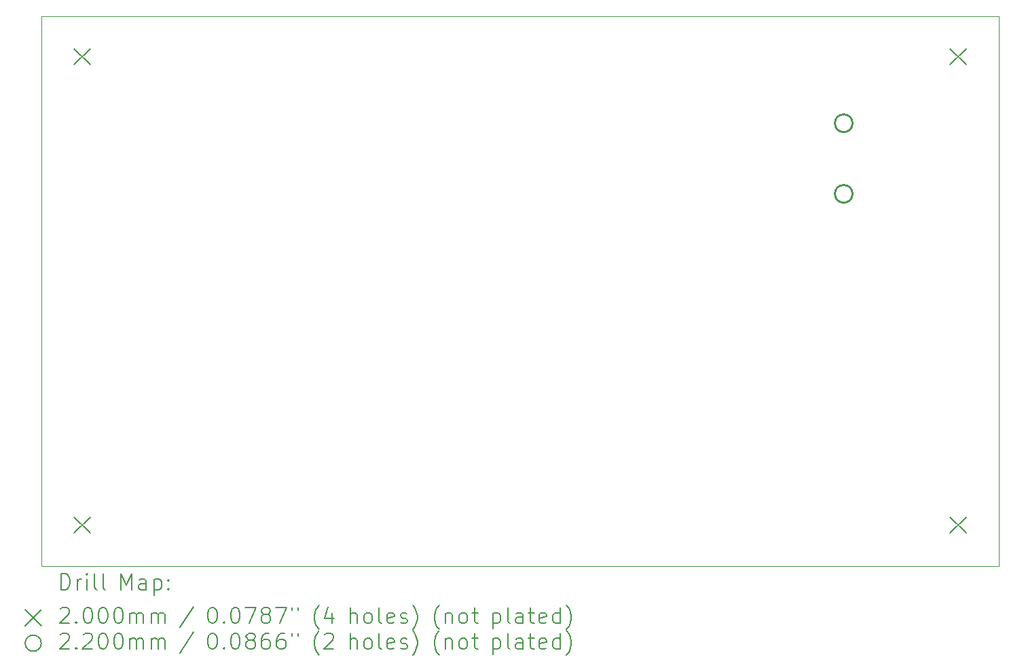
<source format=gbr>
%TF.GenerationSoftware,KiCad,Pcbnew,(7.0.0)*%
%TF.CreationDate,2023-05-14T14:46:31-04:00*%
%TF.ProjectId,8bc_clock,3862635f-636c-46f6-936b-2e6b69636164,rev?*%
%TF.SameCoordinates,Original*%
%TF.FileFunction,Drillmap*%
%TF.FilePolarity,Positive*%
%FSLAX45Y45*%
G04 Gerber Fmt 4.5, Leading zero omitted, Abs format (unit mm)*
G04 Created by KiCad (PCBNEW (7.0.0)) date 2023-05-14 14:46:31*
%MOMM*%
%LPD*%
G01*
G04 APERTURE LIST*
%ADD10C,0.100000*%
%ADD11C,0.200000*%
%ADD12C,0.220000*%
G04 APERTURE END LIST*
D10*
X7620000Y-5080000D02*
X19558000Y-5080000D01*
X19558000Y-5080000D02*
X19558000Y-11938000D01*
X19558000Y-11938000D02*
X7620000Y-11938000D01*
X7620000Y-11938000D02*
X7620000Y-5080000D01*
D11*
X8028000Y-5488000D02*
X8228000Y-5688000D01*
X8228000Y-5488000D02*
X8028000Y-5688000D01*
X8028000Y-11330000D02*
X8228000Y-11530000D01*
X8228000Y-11330000D02*
X8028000Y-11530000D01*
X18950000Y-5488000D02*
X19150000Y-5688000D01*
X19150000Y-5488000D02*
X18950000Y-5688000D01*
X18950000Y-11330000D02*
X19150000Y-11530000D01*
X19150000Y-11330000D02*
X18950000Y-11530000D01*
D12*
X17731000Y-6418000D02*
G75*
G03*
X17731000Y-6418000I-110000J0D01*
G01*
X17731000Y-7298000D02*
G75*
G03*
X17731000Y-7298000I-110000J0D01*
G01*
D11*
X7862619Y-12236476D02*
X7862619Y-12036476D01*
X7862619Y-12036476D02*
X7910238Y-12036476D01*
X7910238Y-12036476D02*
X7938809Y-12046000D01*
X7938809Y-12046000D02*
X7957857Y-12065048D01*
X7957857Y-12065048D02*
X7967381Y-12084095D01*
X7967381Y-12084095D02*
X7976905Y-12122190D01*
X7976905Y-12122190D02*
X7976905Y-12150762D01*
X7976905Y-12150762D02*
X7967381Y-12188857D01*
X7967381Y-12188857D02*
X7957857Y-12207905D01*
X7957857Y-12207905D02*
X7938809Y-12226952D01*
X7938809Y-12226952D02*
X7910238Y-12236476D01*
X7910238Y-12236476D02*
X7862619Y-12236476D01*
X8062619Y-12236476D02*
X8062619Y-12103143D01*
X8062619Y-12141238D02*
X8072143Y-12122190D01*
X8072143Y-12122190D02*
X8081667Y-12112667D01*
X8081667Y-12112667D02*
X8100714Y-12103143D01*
X8100714Y-12103143D02*
X8119762Y-12103143D01*
X8186428Y-12236476D02*
X8186428Y-12103143D01*
X8186428Y-12036476D02*
X8176905Y-12046000D01*
X8176905Y-12046000D02*
X8186428Y-12055524D01*
X8186428Y-12055524D02*
X8195952Y-12046000D01*
X8195952Y-12046000D02*
X8186428Y-12036476D01*
X8186428Y-12036476D02*
X8186428Y-12055524D01*
X8310238Y-12236476D02*
X8291190Y-12226952D01*
X8291190Y-12226952D02*
X8281667Y-12207905D01*
X8281667Y-12207905D02*
X8281667Y-12036476D01*
X8415000Y-12236476D02*
X8395952Y-12226952D01*
X8395952Y-12226952D02*
X8386428Y-12207905D01*
X8386428Y-12207905D02*
X8386428Y-12036476D01*
X8611190Y-12236476D02*
X8611190Y-12036476D01*
X8611190Y-12036476D02*
X8677857Y-12179333D01*
X8677857Y-12179333D02*
X8744524Y-12036476D01*
X8744524Y-12036476D02*
X8744524Y-12236476D01*
X8925476Y-12236476D02*
X8925476Y-12131714D01*
X8925476Y-12131714D02*
X8915952Y-12112667D01*
X8915952Y-12112667D02*
X8896905Y-12103143D01*
X8896905Y-12103143D02*
X8858809Y-12103143D01*
X8858809Y-12103143D02*
X8839762Y-12112667D01*
X8925476Y-12226952D02*
X8906429Y-12236476D01*
X8906429Y-12236476D02*
X8858809Y-12236476D01*
X8858809Y-12236476D02*
X8839762Y-12226952D01*
X8839762Y-12226952D02*
X8830238Y-12207905D01*
X8830238Y-12207905D02*
X8830238Y-12188857D01*
X8830238Y-12188857D02*
X8839762Y-12169809D01*
X8839762Y-12169809D02*
X8858809Y-12160286D01*
X8858809Y-12160286D02*
X8906429Y-12160286D01*
X8906429Y-12160286D02*
X8925476Y-12150762D01*
X9020714Y-12103143D02*
X9020714Y-12303143D01*
X9020714Y-12112667D02*
X9039762Y-12103143D01*
X9039762Y-12103143D02*
X9077857Y-12103143D01*
X9077857Y-12103143D02*
X9096905Y-12112667D01*
X9096905Y-12112667D02*
X9106429Y-12122190D01*
X9106429Y-12122190D02*
X9115952Y-12141238D01*
X9115952Y-12141238D02*
X9115952Y-12198381D01*
X9115952Y-12198381D02*
X9106429Y-12217428D01*
X9106429Y-12217428D02*
X9096905Y-12226952D01*
X9096905Y-12226952D02*
X9077857Y-12236476D01*
X9077857Y-12236476D02*
X9039762Y-12236476D01*
X9039762Y-12236476D02*
X9020714Y-12226952D01*
X9201667Y-12217428D02*
X9211190Y-12226952D01*
X9211190Y-12226952D02*
X9201667Y-12236476D01*
X9201667Y-12236476D02*
X9192143Y-12226952D01*
X9192143Y-12226952D02*
X9201667Y-12217428D01*
X9201667Y-12217428D02*
X9201667Y-12236476D01*
X9201667Y-12112667D02*
X9211190Y-12122190D01*
X9211190Y-12122190D02*
X9201667Y-12131714D01*
X9201667Y-12131714D02*
X9192143Y-12122190D01*
X9192143Y-12122190D02*
X9201667Y-12112667D01*
X9201667Y-12112667D02*
X9201667Y-12131714D01*
X7415000Y-12483000D02*
X7615000Y-12683000D01*
X7615000Y-12483000D02*
X7415000Y-12683000D01*
X7853095Y-12475524D02*
X7862619Y-12466000D01*
X7862619Y-12466000D02*
X7881667Y-12456476D01*
X7881667Y-12456476D02*
X7929286Y-12456476D01*
X7929286Y-12456476D02*
X7948333Y-12466000D01*
X7948333Y-12466000D02*
X7957857Y-12475524D01*
X7957857Y-12475524D02*
X7967381Y-12494571D01*
X7967381Y-12494571D02*
X7967381Y-12513619D01*
X7967381Y-12513619D02*
X7957857Y-12542190D01*
X7957857Y-12542190D02*
X7843571Y-12656476D01*
X7843571Y-12656476D02*
X7967381Y-12656476D01*
X8053095Y-12637428D02*
X8062619Y-12646952D01*
X8062619Y-12646952D02*
X8053095Y-12656476D01*
X8053095Y-12656476D02*
X8043571Y-12646952D01*
X8043571Y-12646952D02*
X8053095Y-12637428D01*
X8053095Y-12637428D02*
X8053095Y-12656476D01*
X8186428Y-12456476D02*
X8205476Y-12456476D01*
X8205476Y-12456476D02*
X8224524Y-12466000D01*
X8224524Y-12466000D02*
X8234048Y-12475524D01*
X8234048Y-12475524D02*
X8243571Y-12494571D01*
X8243571Y-12494571D02*
X8253095Y-12532667D01*
X8253095Y-12532667D02*
X8253095Y-12580286D01*
X8253095Y-12580286D02*
X8243571Y-12618381D01*
X8243571Y-12618381D02*
X8234048Y-12637428D01*
X8234048Y-12637428D02*
X8224524Y-12646952D01*
X8224524Y-12646952D02*
X8205476Y-12656476D01*
X8205476Y-12656476D02*
X8186428Y-12656476D01*
X8186428Y-12656476D02*
X8167381Y-12646952D01*
X8167381Y-12646952D02*
X8157857Y-12637428D01*
X8157857Y-12637428D02*
X8148333Y-12618381D01*
X8148333Y-12618381D02*
X8138809Y-12580286D01*
X8138809Y-12580286D02*
X8138809Y-12532667D01*
X8138809Y-12532667D02*
X8148333Y-12494571D01*
X8148333Y-12494571D02*
X8157857Y-12475524D01*
X8157857Y-12475524D02*
X8167381Y-12466000D01*
X8167381Y-12466000D02*
X8186428Y-12456476D01*
X8376905Y-12456476D02*
X8395952Y-12456476D01*
X8395952Y-12456476D02*
X8415000Y-12466000D01*
X8415000Y-12466000D02*
X8424524Y-12475524D01*
X8424524Y-12475524D02*
X8434048Y-12494571D01*
X8434048Y-12494571D02*
X8443571Y-12532667D01*
X8443571Y-12532667D02*
X8443571Y-12580286D01*
X8443571Y-12580286D02*
X8434048Y-12618381D01*
X8434048Y-12618381D02*
X8424524Y-12637428D01*
X8424524Y-12637428D02*
X8415000Y-12646952D01*
X8415000Y-12646952D02*
X8395952Y-12656476D01*
X8395952Y-12656476D02*
X8376905Y-12656476D01*
X8376905Y-12656476D02*
X8357857Y-12646952D01*
X8357857Y-12646952D02*
X8348333Y-12637428D01*
X8348333Y-12637428D02*
X8338809Y-12618381D01*
X8338809Y-12618381D02*
X8329286Y-12580286D01*
X8329286Y-12580286D02*
X8329286Y-12532667D01*
X8329286Y-12532667D02*
X8338809Y-12494571D01*
X8338809Y-12494571D02*
X8348333Y-12475524D01*
X8348333Y-12475524D02*
X8357857Y-12466000D01*
X8357857Y-12466000D02*
X8376905Y-12456476D01*
X8567381Y-12456476D02*
X8586429Y-12456476D01*
X8586429Y-12456476D02*
X8605476Y-12466000D01*
X8605476Y-12466000D02*
X8615000Y-12475524D01*
X8615000Y-12475524D02*
X8624524Y-12494571D01*
X8624524Y-12494571D02*
X8634048Y-12532667D01*
X8634048Y-12532667D02*
X8634048Y-12580286D01*
X8634048Y-12580286D02*
X8624524Y-12618381D01*
X8624524Y-12618381D02*
X8615000Y-12637428D01*
X8615000Y-12637428D02*
X8605476Y-12646952D01*
X8605476Y-12646952D02*
X8586429Y-12656476D01*
X8586429Y-12656476D02*
X8567381Y-12656476D01*
X8567381Y-12656476D02*
X8548333Y-12646952D01*
X8548333Y-12646952D02*
X8538810Y-12637428D01*
X8538810Y-12637428D02*
X8529286Y-12618381D01*
X8529286Y-12618381D02*
X8519762Y-12580286D01*
X8519762Y-12580286D02*
X8519762Y-12532667D01*
X8519762Y-12532667D02*
X8529286Y-12494571D01*
X8529286Y-12494571D02*
X8538810Y-12475524D01*
X8538810Y-12475524D02*
X8548333Y-12466000D01*
X8548333Y-12466000D02*
X8567381Y-12456476D01*
X8719762Y-12656476D02*
X8719762Y-12523143D01*
X8719762Y-12542190D02*
X8729286Y-12532667D01*
X8729286Y-12532667D02*
X8748333Y-12523143D01*
X8748333Y-12523143D02*
X8776905Y-12523143D01*
X8776905Y-12523143D02*
X8795952Y-12532667D01*
X8795952Y-12532667D02*
X8805476Y-12551714D01*
X8805476Y-12551714D02*
X8805476Y-12656476D01*
X8805476Y-12551714D02*
X8815000Y-12532667D01*
X8815000Y-12532667D02*
X8834048Y-12523143D01*
X8834048Y-12523143D02*
X8862619Y-12523143D01*
X8862619Y-12523143D02*
X8881667Y-12532667D01*
X8881667Y-12532667D02*
X8891191Y-12551714D01*
X8891191Y-12551714D02*
X8891191Y-12656476D01*
X8986429Y-12656476D02*
X8986429Y-12523143D01*
X8986429Y-12542190D02*
X8995952Y-12532667D01*
X8995952Y-12532667D02*
X9015000Y-12523143D01*
X9015000Y-12523143D02*
X9043572Y-12523143D01*
X9043572Y-12523143D02*
X9062619Y-12532667D01*
X9062619Y-12532667D02*
X9072143Y-12551714D01*
X9072143Y-12551714D02*
X9072143Y-12656476D01*
X9072143Y-12551714D02*
X9081667Y-12532667D01*
X9081667Y-12532667D02*
X9100714Y-12523143D01*
X9100714Y-12523143D02*
X9129286Y-12523143D01*
X9129286Y-12523143D02*
X9148333Y-12532667D01*
X9148333Y-12532667D02*
X9157857Y-12551714D01*
X9157857Y-12551714D02*
X9157857Y-12656476D01*
X9515952Y-12446952D02*
X9344524Y-12704095D01*
X9740714Y-12456476D02*
X9759762Y-12456476D01*
X9759762Y-12456476D02*
X9778810Y-12466000D01*
X9778810Y-12466000D02*
X9788333Y-12475524D01*
X9788333Y-12475524D02*
X9797857Y-12494571D01*
X9797857Y-12494571D02*
X9807381Y-12532667D01*
X9807381Y-12532667D02*
X9807381Y-12580286D01*
X9807381Y-12580286D02*
X9797857Y-12618381D01*
X9797857Y-12618381D02*
X9788333Y-12637428D01*
X9788333Y-12637428D02*
X9778810Y-12646952D01*
X9778810Y-12646952D02*
X9759762Y-12656476D01*
X9759762Y-12656476D02*
X9740714Y-12656476D01*
X9740714Y-12656476D02*
X9721667Y-12646952D01*
X9721667Y-12646952D02*
X9712143Y-12637428D01*
X9712143Y-12637428D02*
X9702619Y-12618381D01*
X9702619Y-12618381D02*
X9693095Y-12580286D01*
X9693095Y-12580286D02*
X9693095Y-12532667D01*
X9693095Y-12532667D02*
X9702619Y-12494571D01*
X9702619Y-12494571D02*
X9712143Y-12475524D01*
X9712143Y-12475524D02*
X9721667Y-12466000D01*
X9721667Y-12466000D02*
X9740714Y-12456476D01*
X9893095Y-12637428D02*
X9902619Y-12646952D01*
X9902619Y-12646952D02*
X9893095Y-12656476D01*
X9893095Y-12656476D02*
X9883572Y-12646952D01*
X9883572Y-12646952D02*
X9893095Y-12637428D01*
X9893095Y-12637428D02*
X9893095Y-12656476D01*
X10026429Y-12456476D02*
X10045476Y-12456476D01*
X10045476Y-12456476D02*
X10064524Y-12466000D01*
X10064524Y-12466000D02*
X10074048Y-12475524D01*
X10074048Y-12475524D02*
X10083572Y-12494571D01*
X10083572Y-12494571D02*
X10093095Y-12532667D01*
X10093095Y-12532667D02*
X10093095Y-12580286D01*
X10093095Y-12580286D02*
X10083572Y-12618381D01*
X10083572Y-12618381D02*
X10074048Y-12637428D01*
X10074048Y-12637428D02*
X10064524Y-12646952D01*
X10064524Y-12646952D02*
X10045476Y-12656476D01*
X10045476Y-12656476D02*
X10026429Y-12656476D01*
X10026429Y-12656476D02*
X10007381Y-12646952D01*
X10007381Y-12646952D02*
X9997857Y-12637428D01*
X9997857Y-12637428D02*
X9988333Y-12618381D01*
X9988333Y-12618381D02*
X9978810Y-12580286D01*
X9978810Y-12580286D02*
X9978810Y-12532667D01*
X9978810Y-12532667D02*
X9988333Y-12494571D01*
X9988333Y-12494571D02*
X9997857Y-12475524D01*
X9997857Y-12475524D02*
X10007381Y-12466000D01*
X10007381Y-12466000D02*
X10026429Y-12456476D01*
X10159762Y-12456476D02*
X10293095Y-12456476D01*
X10293095Y-12456476D02*
X10207381Y-12656476D01*
X10397857Y-12542190D02*
X10378810Y-12532667D01*
X10378810Y-12532667D02*
X10369286Y-12523143D01*
X10369286Y-12523143D02*
X10359762Y-12504095D01*
X10359762Y-12504095D02*
X10359762Y-12494571D01*
X10359762Y-12494571D02*
X10369286Y-12475524D01*
X10369286Y-12475524D02*
X10378810Y-12466000D01*
X10378810Y-12466000D02*
X10397857Y-12456476D01*
X10397857Y-12456476D02*
X10435953Y-12456476D01*
X10435953Y-12456476D02*
X10455000Y-12466000D01*
X10455000Y-12466000D02*
X10464524Y-12475524D01*
X10464524Y-12475524D02*
X10474048Y-12494571D01*
X10474048Y-12494571D02*
X10474048Y-12504095D01*
X10474048Y-12504095D02*
X10464524Y-12523143D01*
X10464524Y-12523143D02*
X10455000Y-12532667D01*
X10455000Y-12532667D02*
X10435953Y-12542190D01*
X10435953Y-12542190D02*
X10397857Y-12542190D01*
X10397857Y-12542190D02*
X10378810Y-12551714D01*
X10378810Y-12551714D02*
X10369286Y-12561238D01*
X10369286Y-12561238D02*
X10359762Y-12580286D01*
X10359762Y-12580286D02*
X10359762Y-12618381D01*
X10359762Y-12618381D02*
X10369286Y-12637428D01*
X10369286Y-12637428D02*
X10378810Y-12646952D01*
X10378810Y-12646952D02*
X10397857Y-12656476D01*
X10397857Y-12656476D02*
X10435953Y-12656476D01*
X10435953Y-12656476D02*
X10455000Y-12646952D01*
X10455000Y-12646952D02*
X10464524Y-12637428D01*
X10464524Y-12637428D02*
X10474048Y-12618381D01*
X10474048Y-12618381D02*
X10474048Y-12580286D01*
X10474048Y-12580286D02*
X10464524Y-12561238D01*
X10464524Y-12561238D02*
X10455000Y-12551714D01*
X10455000Y-12551714D02*
X10435953Y-12542190D01*
X10540714Y-12456476D02*
X10674048Y-12456476D01*
X10674048Y-12456476D02*
X10588333Y-12656476D01*
X10740714Y-12456476D02*
X10740714Y-12494571D01*
X10816905Y-12456476D02*
X10816905Y-12494571D01*
X11079762Y-12732667D02*
X11070238Y-12723143D01*
X11070238Y-12723143D02*
X11051191Y-12694571D01*
X11051191Y-12694571D02*
X11041667Y-12675524D01*
X11041667Y-12675524D02*
X11032143Y-12646952D01*
X11032143Y-12646952D02*
X11022619Y-12599333D01*
X11022619Y-12599333D02*
X11022619Y-12561238D01*
X11022619Y-12561238D02*
X11032143Y-12513619D01*
X11032143Y-12513619D02*
X11041667Y-12485048D01*
X11041667Y-12485048D02*
X11051191Y-12466000D01*
X11051191Y-12466000D02*
X11070238Y-12437428D01*
X11070238Y-12437428D02*
X11079762Y-12427905D01*
X11241667Y-12523143D02*
X11241667Y-12656476D01*
X11194048Y-12446952D02*
X11146429Y-12589809D01*
X11146429Y-12589809D02*
X11270238Y-12589809D01*
X11466429Y-12656476D02*
X11466429Y-12456476D01*
X11552143Y-12656476D02*
X11552143Y-12551714D01*
X11552143Y-12551714D02*
X11542619Y-12532667D01*
X11542619Y-12532667D02*
X11523572Y-12523143D01*
X11523572Y-12523143D02*
X11495000Y-12523143D01*
X11495000Y-12523143D02*
X11475952Y-12532667D01*
X11475952Y-12532667D02*
X11466429Y-12542190D01*
X11675952Y-12656476D02*
X11656905Y-12646952D01*
X11656905Y-12646952D02*
X11647381Y-12637428D01*
X11647381Y-12637428D02*
X11637857Y-12618381D01*
X11637857Y-12618381D02*
X11637857Y-12561238D01*
X11637857Y-12561238D02*
X11647381Y-12542190D01*
X11647381Y-12542190D02*
X11656905Y-12532667D01*
X11656905Y-12532667D02*
X11675952Y-12523143D01*
X11675952Y-12523143D02*
X11704524Y-12523143D01*
X11704524Y-12523143D02*
X11723572Y-12532667D01*
X11723572Y-12532667D02*
X11733095Y-12542190D01*
X11733095Y-12542190D02*
X11742619Y-12561238D01*
X11742619Y-12561238D02*
X11742619Y-12618381D01*
X11742619Y-12618381D02*
X11733095Y-12637428D01*
X11733095Y-12637428D02*
X11723572Y-12646952D01*
X11723572Y-12646952D02*
X11704524Y-12656476D01*
X11704524Y-12656476D02*
X11675952Y-12656476D01*
X11856905Y-12656476D02*
X11837857Y-12646952D01*
X11837857Y-12646952D02*
X11828333Y-12627905D01*
X11828333Y-12627905D02*
X11828333Y-12456476D01*
X12009286Y-12646952D02*
X11990238Y-12656476D01*
X11990238Y-12656476D02*
X11952143Y-12656476D01*
X11952143Y-12656476D02*
X11933095Y-12646952D01*
X11933095Y-12646952D02*
X11923572Y-12627905D01*
X11923572Y-12627905D02*
X11923572Y-12551714D01*
X11923572Y-12551714D02*
X11933095Y-12532667D01*
X11933095Y-12532667D02*
X11952143Y-12523143D01*
X11952143Y-12523143D02*
X11990238Y-12523143D01*
X11990238Y-12523143D02*
X12009286Y-12532667D01*
X12009286Y-12532667D02*
X12018810Y-12551714D01*
X12018810Y-12551714D02*
X12018810Y-12570762D01*
X12018810Y-12570762D02*
X11923572Y-12589809D01*
X12095000Y-12646952D02*
X12114048Y-12656476D01*
X12114048Y-12656476D02*
X12152143Y-12656476D01*
X12152143Y-12656476D02*
X12171191Y-12646952D01*
X12171191Y-12646952D02*
X12180714Y-12627905D01*
X12180714Y-12627905D02*
X12180714Y-12618381D01*
X12180714Y-12618381D02*
X12171191Y-12599333D01*
X12171191Y-12599333D02*
X12152143Y-12589809D01*
X12152143Y-12589809D02*
X12123572Y-12589809D01*
X12123572Y-12589809D02*
X12104524Y-12580286D01*
X12104524Y-12580286D02*
X12095000Y-12561238D01*
X12095000Y-12561238D02*
X12095000Y-12551714D01*
X12095000Y-12551714D02*
X12104524Y-12532667D01*
X12104524Y-12532667D02*
X12123572Y-12523143D01*
X12123572Y-12523143D02*
X12152143Y-12523143D01*
X12152143Y-12523143D02*
X12171191Y-12532667D01*
X12247381Y-12732667D02*
X12256905Y-12723143D01*
X12256905Y-12723143D02*
X12275953Y-12694571D01*
X12275953Y-12694571D02*
X12285476Y-12675524D01*
X12285476Y-12675524D02*
X12295000Y-12646952D01*
X12295000Y-12646952D02*
X12304524Y-12599333D01*
X12304524Y-12599333D02*
X12304524Y-12561238D01*
X12304524Y-12561238D02*
X12295000Y-12513619D01*
X12295000Y-12513619D02*
X12285476Y-12485048D01*
X12285476Y-12485048D02*
X12275953Y-12466000D01*
X12275953Y-12466000D02*
X12256905Y-12437428D01*
X12256905Y-12437428D02*
X12247381Y-12427905D01*
X12576905Y-12732667D02*
X12567381Y-12723143D01*
X12567381Y-12723143D02*
X12548333Y-12694571D01*
X12548333Y-12694571D02*
X12538810Y-12675524D01*
X12538810Y-12675524D02*
X12529286Y-12646952D01*
X12529286Y-12646952D02*
X12519762Y-12599333D01*
X12519762Y-12599333D02*
X12519762Y-12561238D01*
X12519762Y-12561238D02*
X12529286Y-12513619D01*
X12529286Y-12513619D02*
X12538810Y-12485048D01*
X12538810Y-12485048D02*
X12548333Y-12466000D01*
X12548333Y-12466000D02*
X12567381Y-12437428D01*
X12567381Y-12437428D02*
X12576905Y-12427905D01*
X12653095Y-12523143D02*
X12653095Y-12656476D01*
X12653095Y-12542190D02*
X12662619Y-12532667D01*
X12662619Y-12532667D02*
X12681667Y-12523143D01*
X12681667Y-12523143D02*
X12710238Y-12523143D01*
X12710238Y-12523143D02*
X12729286Y-12532667D01*
X12729286Y-12532667D02*
X12738810Y-12551714D01*
X12738810Y-12551714D02*
X12738810Y-12656476D01*
X12862619Y-12656476D02*
X12843572Y-12646952D01*
X12843572Y-12646952D02*
X12834048Y-12637428D01*
X12834048Y-12637428D02*
X12824524Y-12618381D01*
X12824524Y-12618381D02*
X12824524Y-12561238D01*
X12824524Y-12561238D02*
X12834048Y-12542190D01*
X12834048Y-12542190D02*
X12843572Y-12532667D01*
X12843572Y-12532667D02*
X12862619Y-12523143D01*
X12862619Y-12523143D02*
X12891191Y-12523143D01*
X12891191Y-12523143D02*
X12910238Y-12532667D01*
X12910238Y-12532667D02*
X12919762Y-12542190D01*
X12919762Y-12542190D02*
X12929286Y-12561238D01*
X12929286Y-12561238D02*
X12929286Y-12618381D01*
X12929286Y-12618381D02*
X12919762Y-12637428D01*
X12919762Y-12637428D02*
X12910238Y-12646952D01*
X12910238Y-12646952D02*
X12891191Y-12656476D01*
X12891191Y-12656476D02*
X12862619Y-12656476D01*
X12986429Y-12523143D02*
X13062619Y-12523143D01*
X13015000Y-12456476D02*
X13015000Y-12627905D01*
X13015000Y-12627905D02*
X13024524Y-12646952D01*
X13024524Y-12646952D02*
X13043572Y-12656476D01*
X13043572Y-12656476D02*
X13062619Y-12656476D01*
X13249286Y-12523143D02*
X13249286Y-12723143D01*
X13249286Y-12532667D02*
X13268333Y-12523143D01*
X13268333Y-12523143D02*
X13306429Y-12523143D01*
X13306429Y-12523143D02*
X13325476Y-12532667D01*
X13325476Y-12532667D02*
X13335000Y-12542190D01*
X13335000Y-12542190D02*
X13344524Y-12561238D01*
X13344524Y-12561238D02*
X13344524Y-12618381D01*
X13344524Y-12618381D02*
X13335000Y-12637428D01*
X13335000Y-12637428D02*
X13325476Y-12646952D01*
X13325476Y-12646952D02*
X13306429Y-12656476D01*
X13306429Y-12656476D02*
X13268333Y-12656476D01*
X13268333Y-12656476D02*
X13249286Y-12646952D01*
X13458810Y-12656476D02*
X13439762Y-12646952D01*
X13439762Y-12646952D02*
X13430238Y-12627905D01*
X13430238Y-12627905D02*
X13430238Y-12456476D01*
X13620714Y-12656476D02*
X13620714Y-12551714D01*
X13620714Y-12551714D02*
X13611191Y-12532667D01*
X13611191Y-12532667D02*
X13592143Y-12523143D01*
X13592143Y-12523143D02*
X13554048Y-12523143D01*
X13554048Y-12523143D02*
X13535000Y-12532667D01*
X13620714Y-12646952D02*
X13601667Y-12656476D01*
X13601667Y-12656476D02*
X13554048Y-12656476D01*
X13554048Y-12656476D02*
X13535000Y-12646952D01*
X13535000Y-12646952D02*
X13525476Y-12627905D01*
X13525476Y-12627905D02*
X13525476Y-12608857D01*
X13525476Y-12608857D02*
X13535000Y-12589809D01*
X13535000Y-12589809D02*
X13554048Y-12580286D01*
X13554048Y-12580286D02*
X13601667Y-12580286D01*
X13601667Y-12580286D02*
X13620714Y-12570762D01*
X13687381Y-12523143D02*
X13763572Y-12523143D01*
X13715953Y-12456476D02*
X13715953Y-12627905D01*
X13715953Y-12627905D02*
X13725476Y-12646952D01*
X13725476Y-12646952D02*
X13744524Y-12656476D01*
X13744524Y-12656476D02*
X13763572Y-12656476D01*
X13906429Y-12646952D02*
X13887381Y-12656476D01*
X13887381Y-12656476D02*
X13849286Y-12656476D01*
X13849286Y-12656476D02*
X13830238Y-12646952D01*
X13830238Y-12646952D02*
X13820714Y-12627905D01*
X13820714Y-12627905D02*
X13820714Y-12551714D01*
X13820714Y-12551714D02*
X13830238Y-12532667D01*
X13830238Y-12532667D02*
X13849286Y-12523143D01*
X13849286Y-12523143D02*
X13887381Y-12523143D01*
X13887381Y-12523143D02*
X13906429Y-12532667D01*
X13906429Y-12532667D02*
X13915953Y-12551714D01*
X13915953Y-12551714D02*
X13915953Y-12570762D01*
X13915953Y-12570762D02*
X13820714Y-12589809D01*
X14087381Y-12656476D02*
X14087381Y-12456476D01*
X14087381Y-12646952D02*
X14068334Y-12656476D01*
X14068334Y-12656476D02*
X14030238Y-12656476D01*
X14030238Y-12656476D02*
X14011191Y-12646952D01*
X14011191Y-12646952D02*
X14001667Y-12637428D01*
X14001667Y-12637428D02*
X13992143Y-12618381D01*
X13992143Y-12618381D02*
X13992143Y-12561238D01*
X13992143Y-12561238D02*
X14001667Y-12542190D01*
X14001667Y-12542190D02*
X14011191Y-12532667D01*
X14011191Y-12532667D02*
X14030238Y-12523143D01*
X14030238Y-12523143D02*
X14068334Y-12523143D01*
X14068334Y-12523143D02*
X14087381Y-12532667D01*
X14163572Y-12732667D02*
X14173095Y-12723143D01*
X14173095Y-12723143D02*
X14192143Y-12694571D01*
X14192143Y-12694571D02*
X14201667Y-12675524D01*
X14201667Y-12675524D02*
X14211191Y-12646952D01*
X14211191Y-12646952D02*
X14220714Y-12599333D01*
X14220714Y-12599333D02*
X14220714Y-12561238D01*
X14220714Y-12561238D02*
X14211191Y-12513619D01*
X14211191Y-12513619D02*
X14201667Y-12485048D01*
X14201667Y-12485048D02*
X14192143Y-12466000D01*
X14192143Y-12466000D02*
X14173095Y-12437428D01*
X14173095Y-12437428D02*
X14163572Y-12427905D01*
X7615000Y-12903000D02*
G75*
G03*
X7615000Y-12903000I-100000J0D01*
G01*
X7853095Y-12795524D02*
X7862619Y-12786000D01*
X7862619Y-12786000D02*
X7881667Y-12776476D01*
X7881667Y-12776476D02*
X7929286Y-12776476D01*
X7929286Y-12776476D02*
X7948333Y-12786000D01*
X7948333Y-12786000D02*
X7957857Y-12795524D01*
X7957857Y-12795524D02*
X7967381Y-12814571D01*
X7967381Y-12814571D02*
X7967381Y-12833619D01*
X7967381Y-12833619D02*
X7957857Y-12862190D01*
X7957857Y-12862190D02*
X7843571Y-12976476D01*
X7843571Y-12976476D02*
X7967381Y-12976476D01*
X8053095Y-12957428D02*
X8062619Y-12966952D01*
X8062619Y-12966952D02*
X8053095Y-12976476D01*
X8053095Y-12976476D02*
X8043571Y-12966952D01*
X8043571Y-12966952D02*
X8053095Y-12957428D01*
X8053095Y-12957428D02*
X8053095Y-12976476D01*
X8138809Y-12795524D02*
X8148333Y-12786000D01*
X8148333Y-12786000D02*
X8167381Y-12776476D01*
X8167381Y-12776476D02*
X8215000Y-12776476D01*
X8215000Y-12776476D02*
X8234048Y-12786000D01*
X8234048Y-12786000D02*
X8243571Y-12795524D01*
X8243571Y-12795524D02*
X8253095Y-12814571D01*
X8253095Y-12814571D02*
X8253095Y-12833619D01*
X8253095Y-12833619D02*
X8243571Y-12862190D01*
X8243571Y-12862190D02*
X8129286Y-12976476D01*
X8129286Y-12976476D02*
X8253095Y-12976476D01*
X8376905Y-12776476D02*
X8395952Y-12776476D01*
X8395952Y-12776476D02*
X8415000Y-12786000D01*
X8415000Y-12786000D02*
X8424524Y-12795524D01*
X8424524Y-12795524D02*
X8434048Y-12814571D01*
X8434048Y-12814571D02*
X8443571Y-12852667D01*
X8443571Y-12852667D02*
X8443571Y-12900286D01*
X8443571Y-12900286D02*
X8434048Y-12938381D01*
X8434048Y-12938381D02*
X8424524Y-12957428D01*
X8424524Y-12957428D02*
X8415000Y-12966952D01*
X8415000Y-12966952D02*
X8395952Y-12976476D01*
X8395952Y-12976476D02*
X8376905Y-12976476D01*
X8376905Y-12976476D02*
X8357857Y-12966952D01*
X8357857Y-12966952D02*
X8348333Y-12957428D01*
X8348333Y-12957428D02*
X8338809Y-12938381D01*
X8338809Y-12938381D02*
X8329286Y-12900286D01*
X8329286Y-12900286D02*
X8329286Y-12852667D01*
X8329286Y-12852667D02*
X8338809Y-12814571D01*
X8338809Y-12814571D02*
X8348333Y-12795524D01*
X8348333Y-12795524D02*
X8357857Y-12786000D01*
X8357857Y-12786000D02*
X8376905Y-12776476D01*
X8567381Y-12776476D02*
X8586429Y-12776476D01*
X8586429Y-12776476D02*
X8605476Y-12786000D01*
X8605476Y-12786000D02*
X8615000Y-12795524D01*
X8615000Y-12795524D02*
X8624524Y-12814571D01*
X8624524Y-12814571D02*
X8634048Y-12852667D01*
X8634048Y-12852667D02*
X8634048Y-12900286D01*
X8634048Y-12900286D02*
X8624524Y-12938381D01*
X8624524Y-12938381D02*
X8615000Y-12957428D01*
X8615000Y-12957428D02*
X8605476Y-12966952D01*
X8605476Y-12966952D02*
X8586429Y-12976476D01*
X8586429Y-12976476D02*
X8567381Y-12976476D01*
X8567381Y-12976476D02*
X8548333Y-12966952D01*
X8548333Y-12966952D02*
X8538810Y-12957428D01*
X8538810Y-12957428D02*
X8529286Y-12938381D01*
X8529286Y-12938381D02*
X8519762Y-12900286D01*
X8519762Y-12900286D02*
X8519762Y-12852667D01*
X8519762Y-12852667D02*
X8529286Y-12814571D01*
X8529286Y-12814571D02*
X8538810Y-12795524D01*
X8538810Y-12795524D02*
X8548333Y-12786000D01*
X8548333Y-12786000D02*
X8567381Y-12776476D01*
X8719762Y-12976476D02*
X8719762Y-12843143D01*
X8719762Y-12862190D02*
X8729286Y-12852667D01*
X8729286Y-12852667D02*
X8748333Y-12843143D01*
X8748333Y-12843143D02*
X8776905Y-12843143D01*
X8776905Y-12843143D02*
X8795952Y-12852667D01*
X8795952Y-12852667D02*
X8805476Y-12871714D01*
X8805476Y-12871714D02*
X8805476Y-12976476D01*
X8805476Y-12871714D02*
X8815000Y-12852667D01*
X8815000Y-12852667D02*
X8834048Y-12843143D01*
X8834048Y-12843143D02*
X8862619Y-12843143D01*
X8862619Y-12843143D02*
X8881667Y-12852667D01*
X8881667Y-12852667D02*
X8891191Y-12871714D01*
X8891191Y-12871714D02*
X8891191Y-12976476D01*
X8986429Y-12976476D02*
X8986429Y-12843143D01*
X8986429Y-12862190D02*
X8995952Y-12852667D01*
X8995952Y-12852667D02*
X9015000Y-12843143D01*
X9015000Y-12843143D02*
X9043572Y-12843143D01*
X9043572Y-12843143D02*
X9062619Y-12852667D01*
X9062619Y-12852667D02*
X9072143Y-12871714D01*
X9072143Y-12871714D02*
X9072143Y-12976476D01*
X9072143Y-12871714D02*
X9081667Y-12852667D01*
X9081667Y-12852667D02*
X9100714Y-12843143D01*
X9100714Y-12843143D02*
X9129286Y-12843143D01*
X9129286Y-12843143D02*
X9148333Y-12852667D01*
X9148333Y-12852667D02*
X9157857Y-12871714D01*
X9157857Y-12871714D02*
X9157857Y-12976476D01*
X9515952Y-12766952D02*
X9344524Y-13024095D01*
X9740714Y-12776476D02*
X9759762Y-12776476D01*
X9759762Y-12776476D02*
X9778810Y-12786000D01*
X9778810Y-12786000D02*
X9788333Y-12795524D01*
X9788333Y-12795524D02*
X9797857Y-12814571D01*
X9797857Y-12814571D02*
X9807381Y-12852667D01*
X9807381Y-12852667D02*
X9807381Y-12900286D01*
X9807381Y-12900286D02*
X9797857Y-12938381D01*
X9797857Y-12938381D02*
X9788333Y-12957428D01*
X9788333Y-12957428D02*
X9778810Y-12966952D01*
X9778810Y-12966952D02*
X9759762Y-12976476D01*
X9759762Y-12976476D02*
X9740714Y-12976476D01*
X9740714Y-12976476D02*
X9721667Y-12966952D01*
X9721667Y-12966952D02*
X9712143Y-12957428D01*
X9712143Y-12957428D02*
X9702619Y-12938381D01*
X9702619Y-12938381D02*
X9693095Y-12900286D01*
X9693095Y-12900286D02*
X9693095Y-12852667D01*
X9693095Y-12852667D02*
X9702619Y-12814571D01*
X9702619Y-12814571D02*
X9712143Y-12795524D01*
X9712143Y-12795524D02*
X9721667Y-12786000D01*
X9721667Y-12786000D02*
X9740714Y-12776476D01*
X9893095Y-12957428D02*
X9902619Y-12966952D01*
X9902619Y-12966952D02*
X9893095Y-12976476D01*
X9893095Y-12976476D02*
X9883572Y-12966952D01*
X9883572Y-12966952D02*
X9893095Y-12957428D01*
X9893095Y-12957428D02*
X9893095Y-12976476D01*
X10026429Y-12776476D02*
X10045476Y-12776476D01*
X10045476Y-12776476D02*
X10064524Y-12786000D01*
X10064524Y-12786000D02*
X10074048Y-12795524D01*
X10074048Y-12795524D02*
X10083572Y-12814571D01*
X10083572Y-12814571D02*
X10093095Y-12852667D01*
X10093095Y-12852667D02*
X10093095Y-12900286D01*
X10093095Y-12900286D02*
X10083572Y-12938381D01*
X10083572Y-12938381D02*
X10074048Y-12957428D01*
X10074048Y-12957428D02*
X10064524Y-12966952D01*
X10064524Y-12966952D02*
X10045476Y-12976476D01*
X10045476Y-12976476D02*
X10026429Y-12976476D01*
X10026429Y-12976476D02*
X10007381Y-12966952D01*
X10007381Y-12966952D02*
X9997857Y-12957428D01*
X9997857Y-12957428D02*
X9988333Y-12938381D01*
X9988333Y-12938381D02*
X9978810Y-12900286D01*
X9978810Y-12900286D02*
X9978810Y-12852667D01*
X9978810Y-12852667D02*
X9988333Y-12814571D01*
X9988333Y-12814571D02*
X9997857Y-12795524D01*
X9997857Y-12795524D02*
X10007381Y-12786000D01*
X10007381Y-12786000D02*
X10026429Y-12776476D01*
X10207381Y-12862190D02*
X10188333Y-12852667D01*
X10188333Y-12852667D02*
X10178810Y-12843143D01*
X10178810Y-12843143D02*
X10169286Y-12824095D01*
X10169286Y-12824095D02*
X10169286Y-12814571D01*
X10169286Y-12814571D02*
X10178810Y-12795524D01*
X10178810Y-12795524D02*
X10188333Y-12786000D01*
X10188333Y-12786000D02*
X10207381Y-12776476D01*
X10207381Y-12776476D02*
X10245476Y-12776476D01*
X10245476Y-12776476D02*
X10264524Y-12786000D01*
X10264524Y-12786000D02*
X10274048Y-12795524D01*
X10274048Y-12795524D02*
X10283572Y-12814571D01*
X10283572Y-12814571D02*
X10283572Y-12824095D01*
X10283572Y-12824095D02*
X10274048Y-12843143D01*
X10274048Y-12843143D02*
X10264524Y-12852667D01*
X10264524Y-12852667D02*
X10245476Y-12862190D01*
X10245476Y-12862190D02*
X10207381Y-12862190D01*
X10207381Y-12862190D02*
X10188333Y-12871714D01*
X10188333Y-12871714D02*
X10178810Y-12881238D01*
X10178810Y-12881238D02*
X10169286Y-12900286D01*
X10169286Y-12900286D02*
X10169286Y-12938381D01*
X10169286Y-12938381D02*
X10178810Y-12957428D01*
X10178810Y-12957428D02*
X10188333Y-12966952D01*
X10188333Y-12966952D02*
X10207381Y-12976476D01*
X10207381Y-12976476D02*
X10245476Y-12976476D01*
X10245476Y-12976476D02*
X10264524Y-12966952D01*
X10264524Y-12966952D02*
X10274048Y-12957428D01*
X10274048Y-12957428D02*
X10283572Y-12938381D01*
X10283572Y-12938381D02*
X10283572Y-12900286D01*
X10283572Y-12900286D02*
X10274048Y-12881238D01*
X10274048Y-12881238D02*
X10264524Y-12871714D01*
X10264524Y-12871714D02*
X10245476Y-12862190D01*
X10455000Y-12776476D02*
X10416905Y-12776476D01*
X10416905Y-12776476D02*
X10397857Y-12786000D01*
X10397857Y-12786000D02*
X10388333Y-12795524D01*
X10388333Y-12795524D02*
X10369286Y-12824095D01*
X10369286Y-12824095D02*
X10359762Y-12862190D01*
X10359762Y-12862190D02*
X10359762Y-12938381D01*
X10359762Y-12938381D02*
X10369286Y-12957428D01*
X10369286Y-12957428D02*
X10378810Y-12966952D01*
X10378810Y-12966952D02*
X10397857Y-12976476D01*
X10397857Y-12976476D02*
X10435953Y-12976476D01*
X10435953Y-12976476D02*
X10455000Y-12966952D01*
X10455000Y-12966952D02*
X10464524Y-12957428D01*
X10464524Y-12957428D02*
X10474048Y-12938381D01*
X10474048Y-12938381D02*
X10474048Y-12890762D01*
X10474048Y-12890762D02*
X10464524Y-12871714D01*
X10464524Y-12871714D02*
X10455000Y-12862190D01*
X10455000Y-12862190D02*
X10435953Y-12852667D01*
X10435953Y-12852667D02*
X10397857Y-12852667D01*
X10397857Y-12852667D02*
X10378810Y-12862190D01*
X10378810Y-12862190D02*
X10369286Y-12871714D01*
X10369286Y-12871714D02*
X10359762Y-12890762D01*
X10645476Y-12776476D02*
X10607381Y-12776476D01*
X10607381Y-12776476D02*
X10588333Y-12786000D01*
X10588333Y-12786000D02*
X10578810Y-12795524D01*
X10578810Y-12795524D02*
X10559762Y-12824095D01*
X10559762Y-12824095D02*
X10550238Y-12862190D01*
X10550238Y-12862190D02*
X10550238Y-12938381D01*
X10550238Y-12938381D02*
X10559762Y-12957428D01*
X10559762Y-12957428D02*
X10569286Y-12966952D01*
X10569286Y-12966952D02*
X10588333Y-12976476D01*
X10588333Y-12976476D02*
X10626429Y-12976476D01*
X10626429Y-12976476D02*
X10645476Y-12966952D01*
X10645476Y-12966952D02*
X10655000Y-12957428D01*
X10655000Y-12957428D02*
X10664524Y-12938381D01*
X10664524Y-12938381D02*
X10664524Y-12890762D01*
X10664524Y-12890762D02*
X10655000Y-12871714D01*
X10655000Y-12871714D02*
X10645476Y-12862190D01*
X10645476Y-12862190D02*
X10626429Y-12852667D01*
X10626429Y-12852667D02*
X10588333Y-12852667D01*
X10588333Y-12852667D02*
X10569286Y-12862190D01*
X10569286Y-12862190D02*
X10559762Y-12871714D01*
X10559762Y-12871714D02*
X10550238Y-12890762D01*
X10740714Y-12776476D02*
X10740714Y-12814571D01*
X10816905Y-12776476D02*
X10816905Y-12814571D01*
X11079762Y-13052667D02*
X11070238Y-13043143D01*
X11070238Y-13043143D02*
X11051191Y-13014571D01*
X11051191Y-13014571D02*
X11041667Y-12995524D01*
X11041667Y-12995524D02*
X11032143Y-12966952D01*
X11032143Y-12966952D02*
X11022619Y-12919333D01*
X11022619Y-12919333D02*
X11022619Y-12881238D01*
X11022619Y-12881238D02*
X11032143Y-12833619D01*
X11032143Y-12833619D02*
X11041667Y-12805048D01*
X11041667Y-12805048D02*
X11051191Y-12786000D01*
X11051191Y-12786000D02*
X11070238Y-12757428D01*
X11070238Y-12757428D02*
X11079762Y-12747905D01*
X11146429Y-12795524D02*
X11155953Y-12786000D01*
X11155953Y-12786000D02*
X11175000Y-12776476D01*
X11175000Y-12776476D02*
X11222619Y-12776476D01*
X11222619Y-12776476D02*
X11241667Y-12786000D01*
X11241667Y-12786000D02*
X11251191Y-12795524D01*
X11251191Y-12795524D02*
X11260714Y-12814571D01*
X11260714Y-12814571D02*
X11260714Y-12833619D01*
X11260714Y-12833619D02*
X11251191Y-12862190D01*
X11251191Y-12862190D02*
X11136905Y-12976476D01*
X11136905Y-12976476D02*
X11260714Y-12976476D01*
X11466429Y-12976476D02*
X11466429Y-12776476D01*
X11552143Y-12976476D02*
X11552143Y-12871714D01*
X11552143Y-12871714D02*
X11542619Y-12852667D01*
X11542619Y-12852667D02*
X11523572Y-12843143D01*
X11523572Y-12843143D02*
X11495000Y-12843143D01*
X11495000Y-12843143D02*
X11475952Y-12852667D01*
X11475952Y-12852667D02*
X11466429Y-12862190D01*
X11675952Y-12976476D02*
X11656905Y-12966952D01*
X11656905Y-12966952D02*
X11647381Y-12957428D01*
X11647381Y-12957428D02*
X11637857Y-12938381D01*
X11637857Y-12938381D02*
X11637857Y-12881238D01*
X11637857Y-12881238D02*
X11647381Y-12862190D01*
X11647381Y-12862190D02*
X11656905Y-12852667D01*
X11656905Y-12852667D02*
X11675952Y-12843143D01*
X11675952Y-12843143D02*
X11704524Y-12843143D01*
X11704524Y-12843143D02*
X11723572Y-12852667D01*
X11723572Y-12852667D02*
X11733095Y-12862190D01*
X11733095Y-12862190D02*
X11742619Y-12881238D01*
X11742619Y-12881238D02*
X11742619Y-12938381D01*
X11742619Y-12938381D02*
X11733095Y-12957428D01*
X11733095Y-12957428D02*
X11723572Y-12966952D01*
X11723572Y-12966952D02*
X11704524Y-12976476D01*
X11704524Y-12976476D02*
X11675952Y-12976476D01*
X11856905Y-12976476D02*
X11837857Y-12966952D01*
X11837857Y-12966952D02*
X11828333Y-12947905D01*
X11828333Y-12947905D02*
X11828333Y-12776476D01*
X12009286Y-12966952D02*
X11990238Y-12976476D01*
X11990238Y-12976476D02*
X11952143Y-12976476D01*
X11952143Y-12976476D02*
X11933095Y-12966952D01*
X11933095Y-12966952D02*
X11923572Y-12947905D01*
X11923572Y-12947905D02*
X11923572Y-12871714D01*
X11923572Y-12871714D02*
X11933095Y-12852667D01*
X11933095Y-12852667D02*
X11952143Y-12843143D01*
X11952143Y-12843143D02*
X11990238Y-12843143D01*
X11990238Y-12843143D02*
X12009286Y-12852667D01*
X12009286Y-12852667D02*
X12018810Y-12871714D01*
X12018810Y-12871714D02*
X12018810Y-12890762D01*
X12018810Y-12890762D02*
X11923572Y-12909809D01*
X12095000Y-12966952D02*
X12114048Y-12976476D01*
X12114048Y-12976476D02*
X12152143Y-12976476D01*
X12152143Y-12976476D02*
X12171191Y-12966952D01*
X12171191Y-12966952D02*
X12180714Y-12947905D01*
X12180714Y-12947905D02*
X12180714Y-12938381D01*
X12180714Y-12938381D02*
X12171191Y-12919333D01*
X12171191Y-12919333D02*
X12152143Y-12909809D01*
X12152143Y-12909809D02*
X12123572Y-12909809D01*
X12123572Y-12909809D02*
X12104524Y-12900286D01*
X12104524Y-12900286D02*
X12095000Y-12881238D01*
X12095000Y-12881238D02*
X12095000Y-12871714D01*
X12095000Y-12871714D02*
X12104524Y-12852667D01*
X12104524Y-12852667D02*
X12123572Y-12843143D01*
X12123572Y-12843143D02*
X12152143Y-12843143D01*
X12152143Y-12843143D02*
X12171191Y-12852667D01*
X12247381Y-13052667D02*
X12256905Y-13043143D01*
X12256905Y-13043143D02*
X12275953Y-13014571D01*
X12275953Y-13014571D02*
X12285476Y-12995524D01*
X12285476Y-12995524D02*
X12295000Y-12966952D01*
X12295000Y-12966952D02*
X12304524Y-12919333D01*
X12304524Y-12919333D02*
X12304524Y-12881238D01*
X12304524Y-12881238D02*
X12295000Y-12833619D01*
X12295000Y-12833619D02*
X12285476Y-12805048D01*
X12285476Y-12805048D02*
X12275953Y-12786000D01*
X12275953Y-12786000D02*
X12256905Y-12757428D01*
X12256905Y-12757428D02*
X12247381Y-12747905D01*
X12576905Y-13052667D02*
X12567381Y-13043143D01*
X12567381Y-13043143D02*
X12548333Y-13014571D01*
X12548333Y-13014571D02*
X12538810Y-12995524D01*
X12538810Y-12995524D02*
X12529286Y-12966952D01*
X12529286Y-12966952D02*
X12519762Y-12919333D01*
X12519762Y-12919333D02*
X12519762Y-12881238D01*
X12519762Y-12881238D02*
X12529286Y-12833619D01*
X12529286Y-12833619D02*
X12538810Y-12805048D01*
X12538810Y-12805048D02*
X12548333Y-12786000D01*
X12548333Y-12786000D02*
X12567381Y-12757428D01*
X12567381Y-12757428D02*
X12576905Y-12747905D01*
X12653095Y-12843143D02*
X12653095Y-12976476D01*
X12653095Y-12862190D02*
X12662619Y-12852667D01*
X12662619Y-12852667D02*
X12681667Y-12843143D01*
X12681667Y-12843143D02*
X12710238Y-12843143D01*
X12710238Y-12843143D02*
X12729286Y-12852667D01*
X12729286Y-12852667D02*
X12738810Y-12871714D01*
X12738810Y-12871714D02*
X12738810Y-12976476D01*
X12862619Y-12976476D02*
X12843572Y-12966952D01*
X12843572Y-12966952D02*
X12834048Y-12957428D01*
X12834048Y-12957428D02*
X12824524Y-12938381D01*
X12824524Y-12938381D02*
X12824524Y-12881238D01*
X12824524Y-12881238D02*
X12834048Y-12862190D01*
X12834048Y-12862190D02*
X12843572Y-12852667D01*
X12843572Y-12852667D02*
X12862619Y-12843143D01*
X12862619Y-12843143D02*
X12891191Y-12843143D01*
X12891191Y-12843143D02*
X12910238Y-12852667D01*
X12910238Y-12852667D02*
X12919762Y-12862190D01*
X12919762Y-12862190D02*
X12929286Y-12881238D01*
X12929286Y-12881238D02*
X12929286Y-12938381D01*
X12929286Y-12938381D02*
X12919762Y-12957428D01*
X12919762Y-12957428D02*
X12910238Y-12966952D01*
X12910238Y-12966952D02*
X12891191Y-12976476D01*
X12891191Y-12976476D02*
X12862619Y-12976476D01*
X12986429Y-12843143D02*
X13062619Y-12843143D01*
X13015000Y-12776476D02*
X13015000Y-12947905D01*
X13015000Y-12947905D02*
X13024524Y-12966952D01*
X13024524Y-12966952D02*
X13043572Y-12976476D01*
X13043572Y-12976476D02*
X13062619Y-12976476D01*
X13249286Y-12843143D02*
X13249286Y-13043143D01*
X13249286Y-12852667D02*
X13268333Y-12843143D01*
X13268333Y-12843143D02*
X13306429Y-12843143D01*
X13306429Y-12843143D02*
X13325476Y-12852667D01*
X13325476Y-12852667D02*
X13335000Y-12862190D01*
X13335000Y-12862190D02*
X13344524Y-12881238D01*
X13344524Y-12881238D02*
X13344524Y-12938381D01*
X13344524Y-12938381D02*
X13335000Y-12957428D01*
X13335000Y-12957428D02*
X13325476Y-12966952D01*
X13325476Y-12966952D02*
X13306429Y-12976476D01*
X13306429Y-12976476D02*
X13268333Y-12976476D01*
X13268333Y-12976476D02*
X13249286Y-12966952D01*
X13458810Y-12976476D02*
X13439762Y-12966952D01*
X13439762Y-12966952D02*
X13430238Y-12947905D01*
X13430238Y-12947905D02*
X13430238Y-12776476D01*
X13620714Y-12976476D02*
X13620714Y-12871714D01*
X13620714Y-12871714D02*
X13611191Y-12852667D01*
X13611191Y-12852667D02*
X13592143Y-12843143D01*
X13592143Y-12843143D02*
X13554048Y-12843143D01*
X13554048Y-12843143D02*
X13535000Y-12852667D01*
X13620714Y-12966952D02*
X13601667Y-12976476D01*
X13601667Y-12976476D02*
X13554048Y-12976476D01*
X13554048Y-12976476D02*
X13535000Y-12966952D01*
X13535000Y-12966952D02*
X13525476Y-12947905D01*
X13525476Y-12947905D02*
X13525476Y-12928857D01*
X13525476Y-12928857D02*
X13535000Y-12909809D01*
X13535000Y-12909809D02*
X13554048Y-12900286D01*
X13554048Y-12900286D02*
X13601667Y-12900286D01*
X13601667Y-12900286D02*
X13620714Y-12890762D01*
X13687381Y-12843143D02*
X13763572Y-12843143D01*
X13715953Y-12776476D02*
X13715953Y-12947905D01*
X13715953Y-12947905D02*
X13725476Y-12966952D01*
X13725476Y-12966952D02*
X13744524Y-12976476D01*
X13744524Y-12976476D02*
X13763572Y-12976476D01*
X13906429Y-12966952D02*
X13887381Y-12976476D01*
X13887381Y-12976476D02*
X13849286Y-12976476D01*
X13849286Y-12976476D02*
X13830238Y-12966952D01*
X13830238Y-12966952D02*
X13820714Y-12947905D01*
X13820714Y-12947905D02*
X13820714Y-12871714D01*
X13820714Y-12871714D02*
X13830238Y-12852667D01*
X13830238Y-12852667D02*
X13849286Y-12843143D01*
X13849286Y-12843143D02*
X13887381Y-12843143D01*
X13887381Y-12843143D02*
X13906429Y-12852667D01*
X13906429Y-12852667D02*
X13915953Y-12871714D01*
X13915953Y-12871714D02*
X13915953Y-12890762D01*
X13915953Y-12890762D02*
X13820714Y-12909809D01*
X14087381Y-12976476D02*
X14087381Y-12776476D01*
X14087381Y-12966952D02*
X14068334Y-12976476D01*
X14068334Y-12976476D02*
X14030238Y-12976476D01*
X14030238Y-12976476D02*
X14011191Y-12966952D01*
X14011191Y-12966952D02*
X14001667Y-12957428D01*
X14001667Y-12957428D02*
X13992143Y-12938381D01*
X13992143Y-12938381D02*
X13992143Y-12881238D01*
X13992143Y-12881238D02*
X14001667Y-12862190D01*
X14001667Y-12862190D02*
X14011191Y-12852667D01*
X14011191Y-12852667D02*
X14030238Y-12843143D01*
X14030238Y-12843143D02*
X14068334Y-12843143D01*
X14068334Y-12843143D02*
X14087381Y-12852667D01*
X14163572Y-13052667D02*
X14173095Y-13043143D01*
X14173095Y-13043143D02*
X14192143Y-13014571D01*
X14192143Y-13014571D02*
X14201667Y-12995524D01*
X14201667Y-12995524D02*
X14211191Y-12966952D01*
X14211191Y-12966952D02*
X14220714Y-12919333D01*
X14220714Y-12919333D02*
X14220714Y-12881238D01*
X14220714Y-12881238D02*
X14211191Y-12833619D01*
X14211191Y-12833619D02*
X14201667Y-12805048D01*
X14201667Y-12805048D02*
X14192143Y-12786000D01*
X14192143Y-12786000D02*
X14173095Y-12757428D01*
X14173095Y-12757428D02*
X14163572Y-12747905D01*
M02*

</source>
